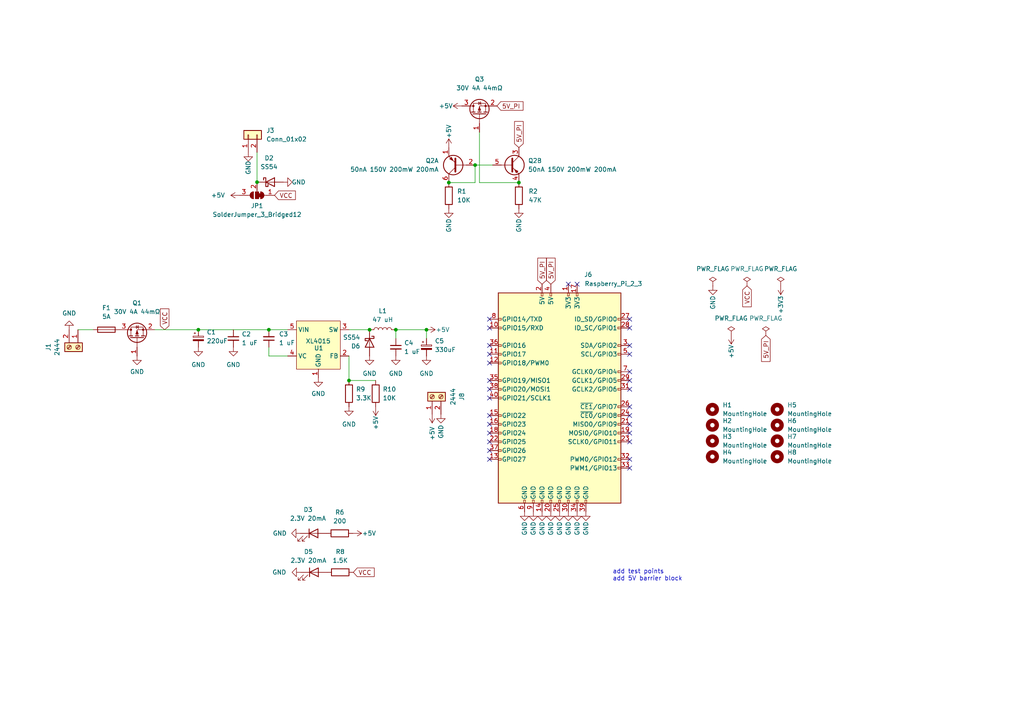
<source format=kicad_sch>
(kicad_sch (version 20211123) (generator eeschema)
  (paper "A4")
  (lib_symbols
    (symbol "Connector:Raspberry_Pi_2_3" (pin_names (offset 1.016))
      (property "Reference" "J" (at -17.78 31.75 0))
      (property "Value" "Raspberry_Pi_2_3" (at 10.16 -31.75 0))
      (symbol "Raspberry_Pi_2_3_0_1"
        (rectangle (start -17.78 30.48) (end 17.78 -30.48) (stroke (width 0.254)) (fill (type background)))
      )
      (symbol "Raspberry_Pi_2_3_1_1"
        (rectangle (start -16.891 -17.526) (end -17.78 -18.034))
        (rectangle (start -16.891 -14.986) (end -17.78 -15.494))
        (rectangle (start -16.891 -12.446) (end -17.78 -12.954))
        (rectangle (start -16.891 -9.906) (end -17.78 -10.414))
        (rectangle (start -16.891 -7.366) (end -17.78 -7.874))
        (rectangle (start -16.891 -4.826) (end -17.78 -5.334))
        (rectangle (start -16.891 0.254) (end -17.78 -0.254))
        (rectangle (start -16.891 2.794) (end -17.78 2.286))
        (rectangle (start -16.891 5.334) (end -17.78 4.826))
        (rectangle (start -16.891 10.414) (end -17.78 9.906))
        (rectangle (start -16.891 12.954) (end -17.78 12.446))
        (rectangle (start -16.891 15.494) (end -17.78 14.986))
        (rectangle (start -16.891 20.574) (end -17.78 20.066))
        (rectangle (start -16.891 23.114) (end -17.78 22.606))
        (rectangle (start -10.414 -29.591) (end -9.906 -30.48))
        (rectangle (start -7.874 -29.591) (end -7.366 -30.48))
        (rectangle (start -5.334 -29.591) (end -4.826 -30.48))
        (rectangle (start -5.334 30.48) (end -4.826 29.591))
        (rectangle (start -2.794 -29.591) (end -2.286 -30.48))
        (rectangle (start -2.794 30.48) (end -2.286 29.591))
        (rectangle (start -0.254 -29.591) (end 0.254 -30.48))
        (rectangle (start 2.286 -29.591) (end 2.794 -30.48))
        (rectangle (start 2.286 30.48) (end 2.794 29.591))
        (rectangle (start 4.826 -29.591) (end 5.334 -30.48))
        (rectangle (start 4.826 30.48) (end 5.334 29.591))
        (rectangle (start 7.366 -29.591) (end 7.874 -30.48))
        (rectangle (start 17.78 -20.066) (end 16.891 -20.574))
        (rectangle (start 17.78 -17.526) (end 16.891 -18.034))
        (rectangle (start 17.78 -12.446) (end 16.891 -12.954))
        (rectangle (start 17.78 -9.906) (end 16.891 -10.414))
        (rectangle (start 17.78 -7.366) (end 16.891 -7.874))
        (rectangle (start 17.78 -4.826) (end 16.891 -5.334))
        (rectangle (start 17.78 -2.286) (end 16.891 -2.794))
        (rectangle (start 17.78 2.794) (end 16.891 2.286))
        (rectangle (start 17.78 5.334) (end 16.891 4.826))
        (rectangle (start 17.78 7.874) (end 16.891 7.366))
        (rectangle (start 17.78 12.954) (end 16.891 12.446))
        (rectangle (start 17.78 15.494) (end 16.891 14.986))
        (rectangle (start 17.78 20.574) (end 16.891 20.066))
        (rectangle (start 17.78 23.114) (end 16.891 22.606))
        (pin power_in line (at 2.54 33.02 270) (length 2.54) (name "3V3") (number "1"))
        (pin bidirectional line (at -20.32 20.32 0) (length 2.54) (name "GPIO15/RXD") (number "10"))
        (pin bidirectional line (at -20.32 12.7 0) (length 2.54) (name "GPIO17") (number "11"))
        (pin bidirectional line (at -20.32 10.16 0) (length 2.54) (name "GPIO18/PWM0") (number "12"))
        (pin bidirectional line (at -20.32 -17.78 0) (length 2.54) (name "GPIO27") (number "13"))
        (pin power_in line (at -5.08 -33.02 90) (length 2.54) (name "GND") (number "14"))
        (pin bidirectional line (at -20.32 -5.08 0) (length 2.54) (name "GPIO22") (number "15"))
        (pin bidirectional line (at -20.32 -7.62 0) (length 2.54) (name "GPIO23") (number "16"))
        (pin power_in line (at 5.08 33.02 270) (length 2.54) (name "3V3") (number "17"))
        (pin bidirectional line (at -20.32 -10.16 0) (length 2.54) (name "GPIO24") (number "18"))
        (pin bidirectional line (at 20.32 -10.16 180) (length 2.54) (name "MOSI0/GPIO10") (number "19"))
        (pin power_in line (at -5.08 33.02 270) (length 2.54) (name "5V") (number "2"))
        (pin power_in line (at -2.54 -33.02 90) (length 2.54) (name "GND") (number "20"))
        (pin bidirectional line (at 20.32 -7.62 180) (length 2.54) (name "MISO0/GPIO9") (number "21"))
        (pin bidirectional line (at -20.32 -12.7 0) (length 2.54) (name "GPIO25") (number "22"))
        (pin bidirectional line (at 20.32 -12.7 180) (length 2.54) (name "SCLK0/GPIO11") (number "23"))
        (pin bidirectional line (at 20.32 -5.08 180) (length 2.54) (name "~{CE0}/GPIO8") (number "24"))
        (pin power_in line (at 0 -33.02 90) (length 2.54) (name "GND") (number "25"))
        (pin bidirectional line (at 20.32 -2.54 180) (length 2.54) (name "~{CE1}/GPIO7") (number "26"))
        (pin bidirectional line (at 20.32 22.86 180) (length 2.54) (name "ID_SD/GPIO0") (number "27"))
        (pin bidirectional line (at 20.32 20.32 180) (length 2.54) (name "ID_SC/GPIO1") (number "28"))
        (pin bidirectional line (at 20.32 5.08 180) (length 2.54) (name "GCLK1/GPIO5") (number "29"))
        (pin bidirectional line (at 20.32 15.24 180) (length 2.54) (name "SDA/GPIO2") (number "3"))
        (pin power_in line (at 2.54 -33.02 90) (length 2.54) (name "GND") (number "30"))
        (pin bidirectional line (at 20.32 2.54 180) (length 2.54) (name "GCLK2/GPIO6") (number "31"))
        (pin bidirectional line (at 20.32 -17.78 180) (length 2.54) (name "PWM0/GPIO12") (number "32"))
        (pin bidirectional line (at 20.32 -20.32 180) (length 2.54) (name "PWM1/GPIO13") (number "33"))
        (pin power_in line (at 5.08 -33.02 90) (length 2.54) (name "GND") (number "34"))
        (pin bidirectional line (at -20.32 5.08 0) (length 2.54) (name "GPIO19/MISO1") (number "35"))
        (pin bidirectional line (at -20.32 15.24 0) (length 2.54) (name "GPIO16") (number "36"))
        (pin bidirectional line (at -20.32 -15.24 0) (length 2.54) (name "GPIO26") (number "37"))
        (pin bidirectional line (at -20.32 2.54 0) (length 2.54) (name "GPIO20/MOSI1") (number "38"))
        (pin power_in line (at 7.62 -33.02 90) (length 2.54) (name "GND") (number "39"))
        (pin power_in line (at -2.54 33.02 270) (length 2.54) (name "5V") (number "4"))
        (pin bidirectional line (at -20.32 0 0) (length 2.54) (name "GPIO21/SCLK1") (number "40"))
        (pin bidirectional line (at 20.32 12.7 180) (length 2.54) (name "SCL/GPIO3") (number "5"))
        (pin power_in line (at -10.16 -33.02 90) (length 2.54) (name "GND") (number "6"))
        (pin bidirectional line (at 20.32 7.62 180) (length 2.54) (name "GCLK0/GPIO4") (number "7"))
        (pin bidirectional line (at -20.32 22.86 0) (length 2.54) (name "GPIO14/TXD") (number "8"))
        (pin power_in line (at -7.62 -33.02 90) (length 2.54) (name "GND") (number "9"))
      )
    )
    (symbol "Connector:Screw_Terminal_01x02" (pin_names (offset 1.016) hide)
      (property "Reference" "J" (at 0 2.54 0))
      (property "Value" "Screw_Terminal_01x02" (at 0 -5.08 0))
      (symbol "Screw_Terminal_01x02_1_1"
        (rectangle (start -1.27 1.27) (end 1.27 -3.81) (stroke (width 0.254)) (fill (type background)))
        (circle (center 0 -2.54) (radius 0.635) (stroke (width 0.1524)))
        (polyline (pts (xy -0.5334 -2.2098) (xy 0.3302 -3.048)) (stroke (width 0.1524)))
        (polyline (pts (xy -0.5334 0.3302) (xy 0.3302 -0.508)) (stroke (width 0.1524)))
        (polyline (pts (xy -0.3556 -2.032) (xy 0.508 -2.8702)) (stroke (width 0.1524)))
        (polyline (pts (xy -0.3556 0.508) (xy 0.508 -0.3302)) (stroke (width 0.1524)))
        (circle (center 0 0) (radius 0.635) (stroke (width 0.1524)))
        (pin passive line (at -5.08 0 0) (length 3.81) (name "Pin_1") (number "1"))
        (pin passive line (at -5.08 -2.54 0) (length 3.81) (name "Pin_2") (number "2"))
      )
    )
    (symbol "Connector_Generic:Conn_01x02" (pin_names (offset 1.016) hide)
      (property "Reference" "J" (at 0 2.54 0))
      (property "Value" "Conn_01x02" (at 0 -5.08 0))
      (symbol "Conn_01x02_1_1"
        (rectangle (start -1.27 -2.413) (end 0 -2.667) (stroke (width 0.1524)))
        (rectangle (start -1.27 0.127) (end 0 -0.127) (stroke (width 0.1524)))
        (rectangle (start -1.27 1.27) (end 1.27 -3.81) (stroke (width 0.254)) (fill (type background)))
        (pin passive line (at -5.08 0 0) (length 3.81) (name "Pin_1") (number "1"))
        (pin passive line (at -5.08 -2.54 0) (length 3.81) (name "Pin_2") (number "2"))
      )
    )
    (symbol "Device:C_Polarized_Small" (pin_numbers hide) (pin_names (offset 0.254) hide)
      (property "Reference" "C" (at 0.254 1.778 0))
      (property "Value" "C_Polarized_Small" (at 0.254 -2.032 0))
      (symbol "C_Polarized_Small_0_1"
        (rectangle (start -1.524 -0.3048) (end 1.524 -0.6858) (fill (type outline)))
        (rectangle (start -1.524 0.6858) (end 1.524 0.3048))
        (polyline (pts (xy -1.27 1.524) (xy -0.762 1.524)))
        (polyline (pts (xy -1.016 1.27) (xy -1.016 1.778)))
      )
      (symbol "C_Polarized_Small_1_1"
        (pin passive line (at 0 2.54 270) (length 1.8542) (name "~") (number "1"))
        (pin passive line (at 0 -2.54 90) (length 1.8542) (name "~") (number "2"))
      )
    )
    (symbol "Device:C_Small" (pin_numbers hide) (pin_names (offset 0.254) hide)
      (property "Reference" "C" (at 0.254 1.778 0))
      (property "Value" "C_Small" (at 0.254 -2.032 0))
      (symbol "C_Small_0_1"
        (polyline (pts (xy -1.524 -0.508) (xy 1.524 -0.508)) (stroke (width 0.3302)))
        (polyline (pts (xy -1.524 0.508) (xy 1.524 0.508)) (stroke (width 0.3048)))
      )
      (symbol "C_Small_1_1"
        (pin passive line (at 0 2.54 270) (length 2.032) (name "~") (number "1"))
        (pin passive line (at 0 -2.54 90) (length 2.032) (name "~") (number "2"))
      )
    )
    (symbol "Device:D_Schottky" (pin_numbers hide) (pin_names (offset 1.016) hide)
      (property "Reference" "D" (at 0 2.54 0))
      (property "Value" "D_Schottky" (at 0 -2.54 0))
      (symbol "D_Schottky_0_1"
        (polyline (pts (xy 1.27 0) (xy -1.27 0)))
        (polyline (pts (xy 1.27 1.27) (xy 1.27 -1.27) (xy -1.27 0) (xy 1.27 1.27)) (stroke (width 0.254)))
        (polyline (pts (xy -1.905 0.635) (xy -1.905 1.27) (xy -1.27 1.27) (xy -1.27 -1.27) (xy -0.635 -1.27) (xy -0.635 -0.635)) (stroke (width 0.254)))
      )
      (symbol "D_Schottky_1_1"
        (pin passive line (at -3.81 0 0) (length 2.54) (name "K") (number "1"))
        (pin passive line (at 3.81 0 180) (length 2.54) (name "A") (number "2"))
      )
    )
    (symbol "Device:Fuse" (pin_numbers hide) (pin_names (offset 0))
      (property "Reference" "F" (at 2.032 0 90))
      (property "Value" "Fuse" (at -1.905 0 90))
      (symbol "Fuse_0_1"
        (rectangle (start -0.762 -2.54) (end 0.762 2.54) (stroke (width 0.254)))
        (polyline (pts (xy 0 2.54) (xy 0 -2.54)))
      )
      (symbol "Fuse_1_1"
        (pin passive line (at 0 3.81 270) (length 1.27) (name "~") (number "1"))
        (pin passive line (at 0 -3.81 90) (length 1.27) (name "~") (number "2"))
      )
    )
    (symbol "Device:L" (pin_numbers hide) (pin_names (offset 1.016) hide)
      (property "Reference" "L" (at -1.27 0 90))
      (property "Value" "L" (at 1.905 0 90))
      (symbol "L_0_1"
        (arc (start 0 -2.54) (mid 0.635 -1.905) (end 0 -1.27))
        (arc (start 0 -1.27) (mid 0.635 -0.635) (end 0 0))
        (arc (start 0 0) (mid 0.635 0.635) (end 0 1.27))
        (arc (start 0 1.27) (mid 0.635 1.905) (end 0 2.54))
      )
      (symbol "L_1_1"
        (pin passive line (at 0 3.81 270) (length 1.27) (name "1") (number "1"))
        (pin passive line (at 0 -3.81 90) (length 1.27) (name "2") (number "2"))
      )
    )
    (symbol "Device:LED" (pin_numbers hide) (pin_names (offset 1.016) hide)
      (property "Reference" "D" (at 0 2.54 0))
      (property "Value" "LED" (at 0 -2.54 0))
      (symbol "LED_0_1"
        (polyline (pts (xy -1.27 -1.27) (xy -1.27 1.27)) (stroke (width 0.254)))
        (polyline (pts (xy -1.27 0) (xy 1.27 0)))
        (polyline (pts (xy 1.27 -1.27) (xy 1.27 1.27) (xy -1.27 0) (xy 1.27 -1.27)) (stroke (width 0.254)))
        (polyline (pts (xy -3.048 -0.762) (xy -4.572 -2.286) (xy -3.81 -2.286) (xy -4.572 -2.286) (xy -4.572 -1.524)))
        (polyline (pts (xy -1.778 -0.762) (xy -3.302 -2.286) (xy -2.54 -2.286) (xy -3.302 -2.286) (xy -3.302 -1.524)))
      )
      (symbol "LED_1_1"
        (pin passive line (at -3.81 0 0) (length 2.54) (name "K") (number "1"))
        (pin passive line (at 3.81 0 180) (length 2.54) (name "A") (number "2"))
      )
    )
    (symbol "Device:R" (pin_numbers hide) (pin_names (offset 0))
      (property "Reference" "R" (at 2.032 0 90))
      (property "Value" "R" (at 0 0 90))
      (symbol "R_0_1"
        (rectangle (start -1.016 -2.54) (end 1.016 2.54) (stroke (width 0.254)))
      )
      (symbol "R_1_1"
        (pin passive line (at 0 3.81 270) (length 1.27) (name "~") (number "1"))
        (pin passive line (at 0 -3.81 90) (length 1.27) (name "~") (number "2"))
      )
    )
    (symbol "Jumper:SolderJumper_3_Bridged12" (pin_names (offset 0) hide)
      (property "Reference" "JP" (at -2.54 -2.54 0))
      (property "Value" "SolderJumper_3_Bridged12" (at 0 2.794 0))
      (symbol "SolderJumper_3_Bridged12_0_1"
        (rectangle (start -1.016 0.508) (end -0.508 -0.508) (fill (type outline)))
        (arc (start -1.016 1.016) (mid -2.032 0) (end -1.016 -1.016))
        (arc (start -1.016 1.016) (mid -2.032 0) (end -1.016 -1.016) (fill (type outline)))
        (rectangle (start -0.508 1.016) (end 0.508 -1.016) (fill (type outline)))
        (polyline (pts (xy -2.54 0) (xy -2.032 0)))
        (polyline (pts (xy -1.016 1.016) (xy -1.016 -1.016)))
        (polyline (pts (xy 0 -1.27) (xy 0 -1.016)))
        (polyline (pts (xy 1.016 1.016) (xy 1.016 -1.016)))
        (polyline (pts (xy 2.54 0) (xy 2.032 0)))
        (arc (start 1.016 -1.016) (mid 2.032 0) (end 1.016 1.016))
        (arc (start 1.016 -1.016) (mid 2.032 0) (end 1.016 1.016) (fill (type outline)))
      )
      (symbol "SolderJumper_3_Bridged12_1_1"
        (pin passive line (at -5.08 0 0) (length 2.54) (name "A") (number "1"))
        (pin passive line (at 0 -3.81 90) (length 2.54) (name "C") (number "2"))
        (pin passive line (at 5.08 0 180) (length 2.54) (name "B") (number "3"))
      )
    )
    (symbol "Mechanical:MountingHole" (pin_names (offset 1.016))
      (property "Reference" "H" (at 0 5.08 0))
      (property "Value" "MountingHole" (at 0 3.175 0))
      (symbol "MountingHole_0_1"
        (circle (center 0 0) (radius 1.27) (stroke (width 1.27)))
      )
    )
    (symbol "Regulator_Switching:XL4015"
      (property "Reference" "U" (at 0 -1.27 0))
      (property "Value" "XL4015" (at 0 1.27 0))
      (symbol "XL4015_0_1"
        (rectangle (start -6.35 6.35) (end 6.35 -7.62) (stroke (width 0.1524)) (fill (type background)))
      )
      (symbol "XL4015_1_1"
        (pin power_in line (at 0 -10.16 90) (length 2.54) (name "GND") (number "1"))
        (pin input line (at 8.89 -3.81 180) (length 2.54) (name "FB") (number "2"))
        (pin power_out line (at 8.89 3.81 180) (length 2.54) (name "SW") (number "3"))
        (pin input line (at -8.89 -3.81 0) (length 2.54) (name "VC") (number "4"))
        (pin power_in line (at -8.89 3.81 0) (length 2.54) (name "VIN") (number "5"))
      )
    )
    (symbol "Transistor_BJT:MMDT5401" (pin_names (offset 0) hide)
      (property "Reference" "Q" (at 5.08 1.27 0))
      (property "Value" "MMDT5401" (at 5.08 -1.27 0))
      (symbol "MMDT5401_0_1"
        (polyline (pts (xy 0.635 0) (xy -2.54 0)))
        (polyline (pts (xy 0.635 0.635) (xy 2.54 2.54)))
        (polyline (pts (xy 0.635 -0.635) (xy 2.54 -2.54) (xy 2.54 -2.54)))
        (polyline (pts (xy 0.635 1.905) (xy 0.635 -1.905) (xy 0.635 -1.905)) (stroke (width 0.508)))
        (polyline (pts (xy 2.286 -1.778) (xy 1.778 -2.286) (xy 1.27 -1.27) (xy 2.286 -1.778) (xy 2.286 -1.778)) (fill (type outline)))
        (circle (center 1.27 0) (radius 2.8194) (stroke (width 0.254)))
      )
      (symbol "MMDT5401_1_1"
        (pin passive line (at 2.54 -5.08 90) (length 2.54) (name "E1") (number "1"))
        (pin input line (at -5.08 0 0) (length 2.54) (name "B1") (number "2"))
        (pin passive line (at 2.54 5.08 270) (length 2.54) (name "C1") (number "6"))
      )
      (symbol "MMDT5401_2_1"
        (pin passive line (at 2.54 5.08 270) (length 2.54) (name "C2") (number "3"))
        (pin passive line (at 2.54 -5.08 90) (length 2.54) (name "E2") (number "4"))
        (pin input line (at -5.08 0 0) (length 2.54) (name "B2") (number "5"))
      )
    )
    (symbol "Transistor_FET:AO3401A" (pin_names hide)
      (property "Reference" "Q" (at 5.08 1.905 0))
      (property "Value" "AO3401A" (at 5.08 0 0))
      (symbol "AO3401A_0_1"
        (polyline (pts (xy 0.254 0) (xy -2.54 0)))
        (polyline (pts (xy 0.254 1.905) (xy 0.254 -1.905)) (stroke (width 0.254)))
        (polyline (pts (xy 0.762 -1.27) (xy 0.762 -2.286)) (stroke (width 0.254)))
        (polyline (pts (xy 0.762 0.508) (xy 0.762 -0.508)) (stroke (width 0.254)))
        (polyline (pts (xy 0.762 2.286) (xy 0.762 1.27)) (stroke (width 0.254)))
        (polyline (pts (xy 2.54 2.54) (xy 2.54 1.778)))
        (polyline (pts (xy 2.54 -2.54) (xy 2.54 0) (xy 0.762 0)))
        (polyline (pts (xy 0.762 1.778) (xy 3.302 1.778) (xy 3.302 -1.778) (xy 0.762 -1.778)))
        (polyline (pts (xy 2.286 0) (xy 1.27 0.381) (xy 1.27 -0.381) (xy 2.286 0)) (fill (type outline)))
        (polyline (pts (xy 2.794 -0.508) (xy 2.921 -0.381) (xy 3.683 -0.381) (xy 3.81 -0.254)))
        (polyline (pts (xy 3.302 -0.381) (xy 2.921 0.254) (xy 3.683 0.254) (xy 3.302 -0.381)))
        (circle (center 1.651 0) (radius 2.794) (stroke (width 0.254)))
        (circle (center 2.54 -1.778) (radius 0.254) (fill (type outline)))
        (circle (center 2.54 1.778) (radius 0.254) (fill (type outline)))
      )
      (symbol "AO3401A_1_1"
        (pin input line (at -5.08 0 0) (length 2.54) (name "G") (number "1"))
        (pin passive line (at 2.54 -5.08 90) (length 2.54) (name "S") (number "2"))
        (pin passive line (at 2.54 5.08 270) (length 2.54) (name "D") (number "3"))
      )
    )
    (symbol "power:+3V3" (power) (pin_names (offset 0))
      (property "Value" "+3V3" (at 0 3.556 0))
      (symbol "+3V3_0_1"
        (polyline (pts (xy -0.762 1.27) (xy 0 2.54)))
        (polyline (pts (xy 0 0) (xy 0 2.54)))
        (polyline (pts (xy 0 2.54) (xy 0.762 1.27)))
      )
      (symbol "+3V3_1_1"
        (pin power_in line (at 0 0 90) (length 0) hide (name "+3V3") (number "1"))
      )
    )
    (symbol "power:+5V" (power) (pin_names (offset 0))
      (property "Value" "+5V" (at 0 3.556 0))
      (symbol "+5V_0_1"
        (polyline (pts (xy -0.762 1.27) (xy 0 2.54)))
        (polyline (pts (xy 0 0) (xy 0 2.54)))
        (polyline (pts (xy 0 2.54) (xy 0.762 1.27)))
      )
      (symbol "+5V_1_1"
        (pin power_in line (at 0 0 90) (length 0) hide (name "+5V") (number "1"))
      )
    )
    (symbol "power:GND" (power) (pin_names (offset 0))
      (property "Value" "GND" (at 0 -3.81 0))
      (symbol "GND_0_1"
        (polyline (pts (xy 0 0) (xy 0 -1.27) (xy 1.27 -1.27) (xy 0 -2.54) (xy -1.27 -1.27) (xy 0 -1.27)))
      )
      (symbol "GND_1_1"
        (pin power_in line (at 0 0 270) (length 0) hide (name "GND") (number "1"))
      )
    )
    (symbol "power:PWR_FLAG" (power) (pin_numbers hide) (pin_names (offset 0) hide)
      (property "Value" "PWR_FLAG" (at 0 3.81 0))
      (symbol "PWR_FLAG_0_0"
        (pin power_out line (at 0 0 90) (length 0) (name "pwr") (number "1"))
      )
      (symbol "PWR_FLAG_0_1"
        (polyline (pts (xy 0 0) (xy 0 1.27) (xy -1.016 1.905) (xy 0 2.54) (xy 1.016 1.905) (xy 0 1.27)))
      )
    )
  )
  (junction (at 77.978 95.631))
  (junction (at 57.531 95.631))
  (junction (at 150.495 52.959))
  (junction (at 107.188 95.631))
  (junction (at 114.808 95.631))
  (junction (at 123.698 95.631))
  (junction (at 130.175 52.959))
  (junction (at 137.795 47.879))
  (junction (at 101.219 110.363))
  (junction (at 74.549 52.832))
  (no_connect (at 164.846 82.423))
  (no_connect (at 182.626 92.583))
  (no_connect (at 182.626 95.123))
  (no_connect (at 141.986 133.223))
  (no_connect (at 141.986 125.603))
  (no_connect (at 141.986 123.063))
  (no_connect (at 141.986 128.143))
  (no_connect (at 141.986 130.683))
  (no_connect (at 141.986 115.443))
  (no_connect (at 141.986 110.363))
  (no_connect (at 141.986 120.523))
  (no_connect (at 141.986 112.903))
  (no_connect (at 141.986 105.283))
  (no_connect (at 182.626 135.763))
  (no_connect (at 182.626 110.363))
  (no_connect (at 182.626 112.903))
  (no_connect (at 182.626 107.823))
  (no_connect (at 182.626 133.223))
  (no_connect (at 182.626 117.983))
  (no_connect (at 141.986 100.203))
  (no_connect (at 141.986 102.743))
  (no_connect (at 182.626 120.523))
  (no_connect (at 182.626 123.063))
  (no_connect (at 182.626 125.603))
  (no_connect (at 182.626 128.143))
  (no_connect (at 141.986 92.583))
  (no_connect (at 141.986 95.123))
  (no_connect (at 167.386 82.423))
  (no_connect (at 182.626 100.203))
  (no_connect (at 182.626 102.743))
  (wire (pts (xy 139.065 52.959) (xy 150.495 52.959)))
  (wire (pts (xy 101.219 110.363) (xy 108.966 110.363)))
  (wire (pts (xy 22.606 95.631) (xy 27.051 95.631)))
  (wire (pts (xy 44.831 95.631) (xy 57.531 95.631)))
  (wire (pts (xy 137.795 47.879) (xy 142.875 47.879)))
  (wire (pts (xy 101.219 95.631) (xy 107.188 95.631)))
  (wire (pts (xy 77.978 95.631) (xy 83.439 95.631)))
  (wire (pts (xy 137.795 47.879) (xy 137.795 52.959)))
  (wire (pts (xy 123.698 95.631) (xy 123.698 98.171)))
  (wire (pts (xy 114.808 95.631) (xy 114.808 98.171)))
  (wire (pts (xy 137.795 52.959) (xy 130.175 52.959)))
  (wire (pts (xy 114.808 95.631) (xy 123.698 95.631)))
  (wire (pts (xy 77.978 100.711) (xy 77.978 103.251)))
  (wire (pts (xy 101.219 103.251) (xy 101.219 110.363)))
  (wire (pts (xy 74.549 44.196) (xy 74.549 52.832)))
  (wire (pts (xy 139.065 52.959) (xy 139.065 38.354)))
  (wire (pts (xy 77.978 103.251) (xy 83.439 103.251)))
  (wire (pts (xy 57.531 95.631) (xy 77.978 95.631)))
  (text "add test points\nadd 5V barrier block" (at 177.673 168.656 0) (effects (font (size 1.27 1.27)) (justify left bottom)))
  (global_label "5V_PI" (shape input) (at 222.123 97.282 270) (property "Intersheet References" "${INTERSHEET_REFS}" (effects hide)))
  (global_label "5V_PI" (shape input) (at 157.226 82.423 90) (property "Intersheet References" "${INTERSHEET_REFS}" (effects hide)))
  (global_label "5V_PI" (shape input) (at 144.145 30.734 0) (property "Intersheet References" "${INTERSHEET_REFS}" (effects hide)))
  (global_label "VCC" (shape input) (at 216.662 82.931 270) (property "Intersheet References" "${INTERSHEET_REFS}" (effects hide)))
  (global_label "5V_PI" (shape input) (at 159.766 82.423 90) (property "Intersheet References" "${INTERSHEET_REFS}" (effects hide)))
  (global_label "VCC" (shape input) (at 79.629 56.642 0) (property "Intersheet References" "${INTERSHEET_REFS}" (effects hide)))
  (global_label "5V_PI" (shape input) (at 150.495 42.799 90) (property "Intersheet References" "${INTERSHEET_REFS}" (effects hide)))
  (global_label "VCC" (shape input) (at 47.752 95.631 90) (property "Intersheet References" "${INTERSHEET_REFS}" (effects hide)))
  (global_label "VCC" (shape input) (at 102.489 165.989 0) (property "Intersheet References" "${INTERSHEET_REFS}" (effects hide)))
  (symbol (lib_id "power:+3V3") (at 226.441 82.931 180) (unit 1)
    (property "Reference" "#PWR050" (effects hide))
    (property "Value" "+3V3" (at 226.441 88.392 90))
  )
  (symbol (lib_id "power:GND") (at 67.691 100.711 0) (unit 1)
    (property "Reference" "#PWR04" (effects hide))
    (property "Value" "GND" (at 67.691 105.791 0))
  )
  (symbol (lib_id "power:GND") (at 20.066 95.631 180) (unit 1)
    (property "Reference" "#PWR01" (effects hide))
    (property "Value" "GND" (at 20.066 90.8558 0))
  )
  (symbol (lib_id "power:+5V") (at 108.966 117.983 180) (unit 1)
    (property "Reference" "#PWR045" (effects hide))
    (property "Value" "+5V" (at 108.966 124.714 90) (effects (justify right)))
  )
  (symbol (lib_id "power:GND") (at 159.766 148.463 0) (unit 1)
    (property "Reference" "#PWR022" (effects hide))
    (property "Value" "GND" (at 159.766 153.289 90))
  )
  (symbol (lib_id "Device:LED") (at 90.932 154.686 0) (unit 1)
    (property "Reference" "D3" (at 89.3445 147.828 0))
    (property "Value" "2.3V 20mA" (at 89.3445 150.368 0))
    (property "Footprint" "LED_SMD:LED_0603_1608Metric" (effects hide))
    (property "LCSC" "C72038" (effects hide))
    (property "PCBway" "19-213/Y2C-CQ2R2L/3T(CY)" (effects hide))
    (property "abv.Footprint" "0603" (effects hide))
    (property "ManfNum" "19-213/Y2C-CQ2R2L/3T(CY)" (effects hide))
  )
  (symbol (lib_id "Mechanical:MountingHole") (at 206.629 132.461 0) (unit 1) (in_bom no)
    (property "Reference" "H4" (at 209.55 131.1909 0) (effects (justify left)))
    (property "Value" "MountingHole" (at 209.55 133.7309 0) (effects (justify left)))
    (property "Footprint" "MountingHole:MountingHole_2.7mm_M2.5_DIN965_Pad" (effects hide))
  )
  (symbol (lib_id "power:GND") (at 107.188 103.251 0) (unit 1)
    (property "Reference" "#PWR044" (effects hide))
    (property "Value" "GND" (at 107.188 108.331 0))
  )
  (symbol (lib_id "power:PWR_FLAG") (at 222.123 97.282 0) (unit 1)
    (property "Reference" "#FLG04" (effects hide))
    (property "Value" "PWR_FLAG" (at 222.123 92.329 0))
  )
  (symbol (lib_id "Connector_Generic:Conn_01x02") (at 72.009 39.116 90) (unit 1) (in_bom no)
    (property "Reference" "J3" (at 77.216 37.8459 90) (effects (justify right)))
    (property "Value" "Conn_01x02" (at 77.216 40.3859 90) (effects (justify right)))
    (property "Footprint" "Connector_JST:JST_XH_B2B-XH-A_1x02_P2.50mm_Vertical" (effects hide))
  )
  (symbol (lib_id "power:GND") (at 152.146 148.463 0) (unit 1)
    (property "Reference" "#PWR019" (effects hide))
    (property "Value" "GND" (at 152.146 153.289 90))
  )
  (symbol (lib_id "Device:C_Small") (at 114.808 100.711 0) (unit 1)
    (property "Reference" "C4" (at 117.221 99.4472 0) (effects (justify left)))
    (property "Value" "1 uF" (at 117.221 101.9872 0) (effects (justify left)))
    (property "Footprint" "Capacitor_SMD:C_0603_1608Metric" (effects hide))
    (property "LCSC" "C15849" (effects hide))
    (property "PCBway" "CL10A105KB8NNNC" (effects hide))
    (property "abv.Footprint" "0603" (effects hide))
    (property "ManfNum" "CL10A105KB8NNNC" (effects hide))
  )
  (symbol (lib_id "power:PWR_FLAG") (at 212.09 97.282 0) (unit 1)
    (property "Reference" "#FLG03" (effects hide))
    (property "Value" "PWR_FLAG" (at 212.09 92.329 0))
  )
  (symbol (lib_id "power:+5V") (at 123.698 95.631 270) (unit 1)
    (property "Reference" "#PWR053" (effects hide))
    (property "Value" "+5V" (at 130.429 95.631 90) (effects (justify right)))
  )
  (symbol (lib_id "Device:C_Small") (at 77.978 98.171 180) (unit 1)
    (property "Reference" "C3" (at 80.899 96.8945 0) (effects (justify right)))
    (property "Value" "1 uF" (at 80.899 99.4345 0) (effects (justify right)))
    (property "Footprint" "Capacitor_SMD:C_0603_1608Metric" (effects hide))
    (property "LCSC" "C15849" (effects hide))
    (property "PCBway" "CL10A105KB8NNNC" (effects hide))
    (property "abv.Footprint" "0603" (effects hide))
    (property "ManfNum" "CL10A105KB8NNNC" (effects hide))
  )
  (symbol (lib_id "power:+5V") (at 130.175 42.799 0) (unit 1)
    (property "Reference" "#PWR013" (effects hide))
    (property "Value" "+5V" (at 130.175 36.068 90) (effects (justify right)))
  )
  (symbol (lib_id "Device:C_Small") (at 67.691 98.171 0) (unit 1)
    (property "Reference" "C2" (at 70.104 96.9072 0) (effects (justify left)))
    (property "Value" "1 uF" (at 70.104 99.4472 0) (effects (justify left)))
    (property "Footprint" "Capacitor_SMD:C_0603_1608Metric" (effects hide))
    (property "LCSC" "C15849" (effects hide))
    (property "PCBway" "CL10A105KB8NNNC" (effects hide))
    (property "abv.Footprint" "0603" (effects hide))
    (property "ManfNum" "CL10A105KB8NNNC" (effects hide))
  )
  (symbol (lib_id "Connector:Screw_Terminal_01x02") (at 22.606 100.711 270) (unit 1) (in_bom no)
    (property "Reference" "J1" (at 14.0208 100.711 0))
    (property "Value" "2444" (at 16.5608 100.711 0))
    (property "Footprint" "TerminalBlock_4Ucon:TerminalBlock_4Ucon_1x02_P3.50mm_Horizontal" (effects hide))
  )
  (symbol (lib_id "power:GND") (at 162.306 148.463 0) (unit 1)
    (property "Reference" "#PWR023" (effects hide))
    (property "Value" "GND" (at 162.306 153.289 90))
  )
  (symbol (lib_id "Device:R") (at 98.679 165.989 90) (unit 1)
    (property "Reference" "R8" (at 98.679 160.02 90))
    (property "Value" "1.5K" (at 98.679 162.56 90))
    (property "Footprint" "Resistor_SMD:R_0402_1005Metric" (effects hide))
    (property "LCSC" "C25867" (effects hide))
    (property "PCBway" "0402WGF1501TCE" (effects hide))
    (property "abv.Footprint" "0402" (effects hide))
    (property "ManfNum" "0402WGF1501TCE" (effects hide))
  )
  (symbol (lib_id "power:PWR_FLAG") (at 226.441 82.931 0) (unit 1)
    (property "Reference" "#FLG05" (effects hide))
    (property "Value" "PWR_FLAG" (at 226.441 77.978 0))
  )
  (symbol (lib_id "Mechanical:MountingHole") (at 206.629 127.889 0) (unit 1) (in_bom no)
    (property "Reference" "H3" (at 209.55 126.6189 0) (effects (justify left)))
    (property "Value" "MountingHole" (at 209.55 129.1589 0) (effects (justify left)))
    (property "Footprint" "MountingHole:MountingHole_2.7mm_M2.5_DIN965_Pad" (effects hide))
  )
  (symbol (lib_id "power:+5V") (at 69.469 56.642 90) (unit 1)
    (property "Reference" "#PWR06" (effects hide))
    (property "Value" "+5V" (at 65.278 56.6421 90) (effects (justify left)))
  )
  (symbol (lib_id "power:GND") (at 164.846 148.463 0) (unit 1)
    (property "Reference" "#PWR025" (effects hide))
    (property "Value" "GND" (at 164.846 153.289 90))
  )
  (symbol (lib_id "power:GND") (at 127.889 120.142 0) (unit 1)
    (property "Reference" "#PWR08" (effects hide))
    (property "Value" "GND" (at 127.889 125.222 90))
  )
  (symbol (lib_id "power:GND") (at 57.531 100.711 0) (unit 1)
    (property "Reference" "#PWR03" (effects hide))
    (property "Value" "GND" (at 57.531 105.791 0))
  )
  (symbol (lib_id "power:GND") (at 206.756 82.931 0) (unit 1)
    (property "Reference" "#PWR048" (effects hide))
    (property "Value" "GND" (at 206.756 87.757 90))
  )
  (symbol (lib_id "Mechanical:MountingHole") (at 206.629 123.317 0) (unit 1) (in_bom no)
    (property "Reference" "H2" (at 209.55 122.0469 0) (effects (justify left)))
    (property "Value" "MountingHole" (at 209.55 124.5869 0) (effects (justify left)))
    (property "Footprint" "MountingHole:MountingHole_2.7mm_M2.5_DIN965_Pad" (effects hide))
  )
  (symbol (lib_id "Mechanical:MountingHole") (at 225.425 127.889 0) (unit 1) (in_bom no)
    (property "Reference" "H7" (at 228.346 126.6189 0) (effects (justify left)))
    (property "Value" "MountingHole" (at 228.346 129.1589 0) (effects (justify left)))
    (property "Footprint" "MountingHole:MountingHole_3.5mm" (effects hide))
  )
  (symbol (lib_id "power:+5V") (at 125.349 120.142 180) (unit 1)
    (property "Reference" "#PWR05" (effects hide))
    (property "Value" "+5V" (at 125.349 125.73 90))
  )
  (symbol (lib_id "Device:C_Polarized_Small") (at 57.531 98.171 0) (unit 1)
    (property "Reference" "C1" (at 59.944 96.3548 0) (effects (justify left)))
    (property "Value" "220uF" (at 59.944 98.8948 0) (effects (justify left)))
    (property "Footprint" "Capacitor_SMD:CP_Elec_10x10" (effects hide))
    (property "LCSC" "C176670" (effects hide))
    (property "PCBway" "VEJ221M1HTR-1010" (effects hide))
    (property "abv.Footprint" "SMD-ECAP-10x10" (effects hide))
    (property "ManfNum" "VEJ221M1HTR-1010" (effects hide))
  )
  (symbol (lib_id "power:GND") (at 39.751 103.251 0) (unit 1)
    (property "Reference" "#PWR02" (effects hide))
    (property "Value" "GND" (at 39.751 107.823 0))
  )
  (symbol (lib_id "power:GND") (at 87.122 154.686 270) (unit 1)
    (property "Reference" "#PWR046" (effects hide))
    (property "Value" "GND" (at 83.185 154.6859 90) (effects (justify right)))
  )
  (symbol (lib_id "power:+5V") (at 102.362 154.686 270) (unit 1)
    (property "Reference" "#PWR036" (effects hide))
    (property "Value" "+5V" (at 109.093 154.686 90) (effects (justify right)))
  )
  (symbol (lib_id "power:PWR_FLAG") (at 206.756 82.931 0) (unit 1)
    (property "Reference" "#FLG01" (effects hide))
    (property "Value" "PWR_FLAG" (at 206.756 77.978 0))
  )
  (symbol (lib_id "power:PWR_FLAG") (at 216.662 82.931 0) (unit 1)
    (property "Reference" "#FLG02" (effects hide))
    (property "Value" "PWR_FLAG" (at 216.662 77.978 0))
  )
  (symbol (lib_id "Device:R") (at 150.495 56.769 0) (unit 1)
    (property "Reference" "R2" (at 153.289 55.4989 0) (effects (justify left)))
    (property "Value" "47K" (at 153.289 58.0389 0) (effects (justify left)))
    (property "Footprint" "Resistor_SMD:R_0402_1005Metric" (effects hide))
    (property "LCSC" "C25792" (effects hide))
    (property "PCBway" "0402WGF4702TCE" (effects hide))
    (property "abv.Footprint" "0402" (effects hide))
    (property "ManfNum" "0402WGF4702TCE" (effects hide))
  )
  (symbol (lib_id "Device:R") (at 98.552 154.686 90) (unit 1)
    (property "Reference" "R6" (at 98.552 148.59 90))
    (property "Value" "200" (at 98.552 151.13 90))
    (property "Footprint" "Resistor_SMD:R_0402_1005Metric" (effects hide))
    (property "LCSC" "C25087" (effects hide))
    (property "PCBway" "0402WGF2000TCE" (effects hide))
    (property "abv.Footprint" "0402" (effects hide))
    (property "ManfNum" "0402WGF2000TCE" (effects hide))
  )
  (symbol (lib_id "Device:D_Schottky") (at 78.359 52.832 0) (unit 1)
    (property "Reference" "D2" (at 78.0415 45.847 0))
    (property "Value" "SS54" (at 78.0415 48.387 0))
    (property "Footprint" "Diode_SMD:D_SMA" (effects hide))
    (property "LCSC" "C22452" (effects hide))
    (property "PCBway" "SS54" (effects hide))
    (property "abv.Footprint" "DO-214AC" (effects hide))
    (property "ManfNum" "SS54" (effects hide))
  )
  (symbol (lib_id "Mechanical:MountingHole") (at 225.425 118.745 0) (unit 1) (in_bom no)
    (property "Reference" "H5" (at 228.346 117.4749 0) (effects (justify left)))
    (property "Value" "MountingHole" (at 228.346 120.0149 0) (effects (justify left)))
    (property "Footprint" "MountingHole:MountingHole_3.5mm" (effects hide))
  )
  (symbol (lib_id "Device:C_Polarized_Small") (at 123.698 100.711 0) (unit 1)
    (property "Reference" "C5" (at 126.111 98.8948 0) (effects (justify left)))
    (property "Value" "330uF" (at 126.111 101.4348 0) (effects (justify left)))
    (property "Footprint" "Capacitor_SMD:CP_Elec_6.3x7.7" (effects hide))
    (property "LCSC" "C58277" (effects hide))
    (property "PCBway" "RVT1A331M0607" (effects hide))
    (property "abv.Footprint" "SMD_6.3x7.7mm" (effects hide))
    (property "ManfNum" "RVT1A331M0607" (effects hide))
  )
  (symbol (lib_id "Transistor_BJT:MMDT5401") (at 147.955 47.879 0) (unit 2)
    (property "Reference" "Q2" (at 153.162 46.6089 0) (effects (justify left)))
    (property "Value" "50nA 150V 200mW 200mA" (at 153.162 49.1489 0) (effects (justify left)))
    (property "Footprint" "Package_TO_SOT_SMD:SOT-363_SC-70-6" (effects hide))
    (property "Datasheet" "http://www.diodes.com/_files/datasheets/ds30169.pdf" (effects hide))
    (property "LCSC" "C54540" (effects hide))
    (property "PCBway" "MMDT5401" (effects hide))
    (property "abv.Footprint" "SOT-363" (effects hide))
    (property "ManfNum" "MMDT5401" (effects hide))
  )
  (symbol (lib_id "Device:Fuse") (at 30.861 95.631 90) (unit 1)
    (property "Reference" "F1" (at 30.861 89.281 90))
    (property "Value" "5A" (at 30.861 91.821 90))
    (property "Footprint" "Fuse:Fuseholder_Blade_Mini_Keystone_3568" (effects hide))
    (property "LCSC" "C206916" (effects hide))
    (property "PCBway" "0154005.DR" (effects hide))
    (property "abv.Footprint" "SMD-2_5.03x9.73x3.81" (effects hide))
    (property "ManfNum" "0154005.DR" (effects hide))
  )
  (symbol (lib_id "Jumper:SolderJumper_3_Bridged12") (at 74.549 56.642 180) (unit 1) (in_bom no)
    (property "Reference" "JP1" (at 74.549 59.69 0))
    (property "Value" "SolderJumper_3_Bridged12" (at 74.549 62.23 0))
    (property "Footprint" "Jumper:SolderJumper-3_P1.3mm_Bridged2Bar12_RoundedPad1.0x1.5mm" (effects hide))
  )
  (symbol (lib_id "power:GND") (at 154.686 148.463 0) (unit 1)
    (property "Reference" "#PWR020" (effects hide))
    (property "Value" "GND" (at 154.686 153.289 90))
  )
  (symbol (lib_id "Device:LED") (at 91.059 165.989 0) (unit 1)
    (property "Reference" "D5" (at 89.4715 160.02 0))
    (property "Value" "2.3V 20mA" (at 89.4715 162.56 0))
    (property "Footprint" "LED_SMD:LED_0603_1608Metric" (effects hide))
    (property "LCSC" "C72038" (effects hide))
    (property "PCBway" "19-213/Y2C-CQ2R2L/3T(CY)" (effects hide))
    (property "abv.Footprint" "0603" (effects hide))
    (property "ManfNum" "19-213/Y2C-CQ2R2L/3T(CY)" (effects hide))
  )
  (symbol (lib_id "Device:D_Schottky") (at 107.188 99.441 270) (unit 1)
    (property "Reference" "D6" (at 104.521 100.3936 90) (effects (justify right)))
    (property "Value" "SS54" (at 104.521 97.8536 90) (effects (justify right)))
    (property "Footprint" "Diode_SMD:D_SMA" (effects hide))
    (property "LCSC" "C22452" (effects hide))
    (property "PCBway" "SS54" (effects hide))
    (property "abv.Footprint" "DO-214AC" (effects hide))
    (property "ManfNum" "SS54" (effects hide))
  )
  (symbol (lib_id "power:GND") (at 72.009 44.196 0) (unit 1)
    (property "Reference" "#PWR07" (effects hide))
    (property "Value" "GND" (at 72.009 48.641 90))
  )
  (symbol (lib_id "power:+5V") (at 133.985 30.734 90) (unit 1)
    (property "Reference" "#PWR016" (effects hide))
    (property "Value" "+5V" (at 127.254 30.734 90) (effects (justify right)))
  )
  (symbol (lib_id "Regulator_Switching:XL4015") (at 92.329 99.441 0) (unit 1)
    (property "Reference" "U1" (at 91.059 100.965 0) (effects (justify left)))
    (property "Value" "XL4015" (at 88.646 98.933 0) (effects (justify left)))
    (property "Footprint" "Package_TO_SOT_SMD:TO-263-5_TabPin3" (effects hide))
    (property "LCSC" "C51661" (effects hide))
    (property "PCBway" "XL4015E1" (effects hide))
    (property "abv.Footprint" "TO-263-5" (effects hide))
    (property "ManfNum" "XL4015E1" (effects hide))
  )
  (symbol (lib_id "Mechanical:MountingHole") (at 225.425 132.461 0) (unit 1) (in_bom no)
    (property "Reference" "H8" (at 228.346 131.1909 0) (effects (justify left)))
    (property "Value" "MountingHole" (at 228.346 133.7309 0) (effects (justify left)))
    (property "Footprint" "MountingHole:MountingHole_3.5mm" (effects hide))
  )
  (symbol (lib_id "power:GND") (at 169.926 148.463 0) (unit 1)
    (property "Reference" "#PWR028" (effects hide))
    (property "Value" "GND" (at 169.926 153.289 90))
  )
  (symbol (lib_id "power:GND") (at 114.808 103.251 0) (unit 1)
    (property "Reference" "#PWR052" (effects hide))
    (property "Value" "GND" (at 114.808 108.331 0))
  )
  (symbol (lib_id "power:GND") (at 167.386 148.463 0) (unit 1)
    (property "Reference" "#PWR027" (effects hide))
    (property "Value" "GND" (at 167.386 153.289 90))
  )
  (symbol (lib_id "Connector:Screw_Terminal_01x02") (at 125.349 115.062 90) (unit 1) (in_bom no)
    (property "Reference" "J8" (at 133.9342 115.062 0))
    (property "Value" "2444" (at 131.3942 115.062 0))
    (property "Footprint" "Connector_JST:JST_XH_B2B-XH-A_1x02_P2.50mm_Vertical" (effects hide))
  )
  (symbol (lib_id "power:GND") (at 157.226 148.463 0) (unit 1)
    (property "Reference" "#PWR021" (effects hide))
    (property "Value" "GND" (at 157.226 153.289 90))
  )
  (symbol (lib_id "power:GND") (at 130.175 60.579 0) (unit 1)
    (property "Reference" "#PWR014" (effects hide))
    (property "Value" "GND" (at 130.175 65.405 90))
  )
  (symbol (lib_id "power:GND") (at 150.495 60.579 0) (unit 1)
    (property "Reference" "#PWR018" (effects hide))
    (property "Value" "GND" (at 150.495 65.405 90))
  )
  (symbol (lib_id "power:GND") (at 87.249 165.989 270) (unit 1)
    (property "Reference" "#PWR051" (effects hide))
    (property "Value" "GND" (at 83.058 165.9889 90) (effects (justify right)))
  )
  (symbol (lib_id "Transistor_BJT:MMDT5401") (at 132.715 47.879 180) (unit 1)
    (property "Reference" "Q2" (at 127.254 46.6089 0) (effects (justify left)))
    (property "Value" "50nA 150V 200mW 200mA" (at 127.254 49.1489 0) (effects (justify left)))
    (property "Footprint" "Package_TO_SOT_SMD:SOT-363_SC-70-6" (effects hide))
    (property "Datasheet" "http://www.diodes.com/_files/datasheets/ds30169.pdf" (effects hide))
    (property "LCSC" "C54540" (effects hide))
    (property "PCBway" "MMDT5401" (effects hide))
    (property "abv.Footprint" "SOT-363" (effects hide))
    (property "ManfNum" "MMDT5401" (effects hide))
  )
  (symbol (lib_id "Mechanical:MountingHole") (at 225.425 123.317 0) (unit 1) (in_bom no)
    (property "Reference" "H6" (at 228.346 122.0469 0) (effects (justify left)))
    (property "Value" "MountingHole" (at 228.346 124.5869 0) (effects (justify left)))
    (property "Footprint" "MountingHole:MountingHole_3.5mm" (effects hide))
  )
  (symbol (lib_id "power:GND") (at 123.698 103.251 0) (unit 1)
    (property "Reference" "#PWR054" (effects hide))
    (property "Value" "GND" (at 123.698 108.331 0))
  )
  (symbol (lib_id "Transistor_FET:AO3401A") (at 39.751 98.171 90) (unit 1)
    (property "Reference" "Q1" (at 39.751 87.884 90))
    (property "Value" "30V 4A 44mΩ" (at 39.751 90.424 90))
    (property "Footprint" "Package_TO_SOT_SMD:SOT-23" (effects hide))
    (property "Datasheet" "http://www.aosmd.com/pdfs/datasheet/AO3401A.pdf" (effects hide))
    (property "LCSC" "C15127" (effects hide))
    (property "ManfNum" "AO3401A" (effects hide))
    (property "abv.Footprint" "SOT-23" (effects hide))
  )
  (symbol (lib_id "Transistor_FET:AO3401A") (at 139.065 33.274 90) (unit 1)
    (property "Reference" "Q3" (at 139.065 22.987 90))
    (property "Value" "30V 4A 44mΩ" (at 139.065 25.527 90))
    (property "Footprint" "Package_TO_SOT_SMD:SOT-23" (effects hide))
    (property "Datasheet" "http://www.aosmd.com/pdfs/datasheet/AO3401A.pdf" (effects hide))
    (property "LCSC" "C15127" (effects hide))
    (property "abv.Footprint" "SOT-23" (effects hide))
    (property "ManfNum" "AO3401A" (effects hide))
  )
  (symbol (lib_id "Device:L") (at 110.998 95.631 90) (unit 1)
    (property "Reference" "L1" (at 110.998 90.17 90))
    (property "Value" "47 uH" (at 110.998 92.71 90))
    (property "Footprint" "Inductor_SMD:L_12x12mm_H6mm" (effects hide))
    (property "LCSC" "C497913" (effects hide))
    (property "PCBway" "YSPI1365-470M" (effects hide))
    (property "abv.Footprint" "12x12" (effects hide))
    (property "ManfNum" "YSPI1365-470M" (effects hide))
  )
  (symbol (lib_id "Connector:Raspberry_Pi_2_3") (at 162.306 115.443 0) (unit 1) (in_bom no)
    (property "Reference" "J6" (at 169.4054 79.629 0) (effects (justify left)))
    (property "Value" "Raspberry_Pi_2_3" (at 169.5324 82.296 0) (effects (justify left)))
    (property "Footprint" "Connector_PinSocket_2.54mm:PinSocket_2x20_P2.54mm_Vertical" (effects hide))
    (property "Datasheet" "https://www.raspberrypi.org/documentation/hardware/raspberrypi/schematics/rpi_SCH_3bplus_1p0_reduced.pdf" (effects hide))
  )
  (symbol (lib_id "Device:R") (at 101.219 114.173 0) (unit 1)
    (property "Reference" "R9" (at 103.251 112.9029 0) (effects (justify left)))
    (property "Value" "3.3K" (at 103.251 115.4429 0) (effects (justify left)))
    (property "Footprint" "Resistor_SMD:R_0603_1608Metric" (effects hide))
    (property "LCSC" "C22978" (effects hide))
    (property "PCBway" "0603WAF3301T5E" (effects hide))
    (property "abv.Footprint" "0603" (effects hide))
    (property "ManfNum" "0603WAF3301T5E" (effects hide))
  )
  (symbol (lib_id "Device:R") (at 108.966 114.173 0) (unit 1)
    (property "Reference" "R10" (at 110.998 112.9029 0) (effects (justify left)))
    (property "Value" "10K" (at 110.998 115.4429 0) (effects (justify left)))
    (property "Footprint" "Resistor_SMD:R_0603_1608Metric" (effects hide))
    (property "LCSC" "C25804" (effects hide))
    (property "PCBway" "0603WAF1002T5E" (effects hide))
    (property "abv.Footprint" "0603" (effects hide))
    (property "ManfNum" "0603WAF1002T5E" (effects hide))
  )
  (symbol (lib_id "Device:R") (at 130.175 56.769 0) (unit 1)
    (property "Reference" "R1" (at 132.588 55.4989 0) (effects (justify left)))
    (property "Value" "10K" (at 132.588 58.0389 0) (effects (justify left)))
    (property "Footprint" "Resistor_SMD:R_0402_1005Metric" (effects hide))
    (property "LCSC" "C25804" (effects hide))
    (property "PCBway" "0603WAF1002T5E" (effects hide))
    (property "abv.Footprint" "0402" (effects hide))
    (property "ManfNum" "0603WAF1002T5E" (effects hide))
  )
  (symbol (lib_id "power:GND") (at 82.169 52.832 90) (unit 1)
    (property "Reference" "#PWR011" (effects hide))
    (property "Value" "GND" (at 86.614 52.832 90))
  )
  (symbol (lib_id "power:GND") (at 101.219 117.983 0) (unit 1)
    (property "Reference" "#PWR038" (effects hide))
    (property "Value" "GND" (at 101.219 123.063 0))
  )
  (symbol (lib_id "Mechanical:MountingHole") (at 206.629 118.745 0) (unit 1) (in_bom no)
    (property "Reference" "H1" (at 209.55 117.4749 0) (effects (justify left)))
    (property "Value" "MountingHole" (at 209.55 120.0149 0) (effects (justify left)))
    (property "Footprint" "MountingHole:MountingHole_2.7mm_M2.5_DIN965_Pad" (effects hide))
  )
  (symbol (lib_id "power:GND") (at 92.329 109.601 0) (unit 1)
    (property "Reference" "#PWR012" (effects hide))
    (property "Value" "GND" (at 92.329 114.173 0))
  )
  (symbol (lib_id "power:+5V") (at 212.09 97.282 180) (unit 1)
    (property "Reference" "#PWR049" (effects hide))
    (property "Value" "+5V" (at 212.09 104.013 90) (effects (justify right)))
  )
)
</source>
